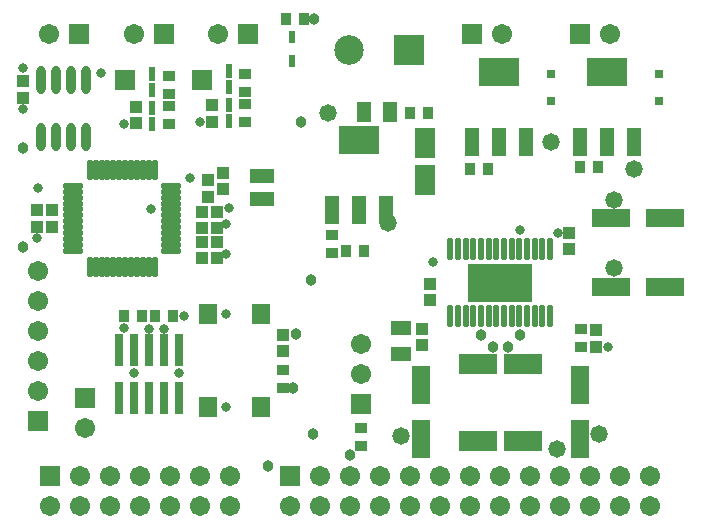
<source format=gts>
%FSLAX25Y25*%
%MOIN*%
G70*
G01*
G75*
G04 Layer_Color=8388736*
%ADD10R,0.12205X0.06299*%
%ADD11R,0.03543X0.03150*%
%ADD12R,0.03543X0.02756*%
%ADD13R,0.02756X0.03543*%
%ADD14R,0.01772X0.02362*%
%ADD15R,0.12795X0.08661*%
%ADD16R,0.03937X0.08661*%
%ADD17R,0.03937X0.05906*%
%ADD18R,0.06102X0.09646*%
%ADD19R,0.01378X0.03543*%
%ADD20R,0.01181X0.03937*%
%ADD21O,0.02362X0.08661*%
%ADD22O,0.01181X0.06299*%
%ADD23O,0.06299X0.01181*%
%ADD24R,0.20551X0.12205*%
%ADD25O,0.01378X0.06693*%
%ADD26R,0.05512X0.11811*%
%ADD27R,0.11811X0.05512*%
%ADD28R,0.02953X0.11024*%
%ADD29R,0.05118X0.06102*%
%ADD30R,0.07480X0.04331*%
%ADD31R,0.05906X0.03937*%
%ADD32C,0.01400*%
%ADD33C,0.00800*%
%ADD34C,0.01500*%
%ADD35C,0.00600*%
%ADD36C,0.03500*%
%ADD37C,0.02500*%
%ADD38C,0.01000*%
%ADD39C,0.01200*%
%ADD40C,0.03900*%
%ADD41C,0.05000*%
%ADD42R,0.05906X0.05906*%
%ADD43C,0.09055*%
%ADD44R,0.09055X0.09055*%
%ADD45C,0.05906*%
%ADD46R,0.05906X0.05906*%
%ADD47C,0.02500*%
%ADD48C,0.05000*%
%ADD49C,0.03000*%
%ADD50C,0.02000*%
%ADD51C,0.00984*%
%ADD52C,0.00394*%
%ADD53C,0.02362*%
%ADD54C,0.00984*%
%ADD55C,0.00787*%
%ADD56C,0.00500*%
%ADD57C,0.02000*%
%ADD58R,0.13005X0.07099*%
%ADD59R,0.04343X0.03950*%
%ADD60R,0.04343X0.03556*%
%ADD61R,0.03556X0.04343*%
%ADD62R,0.02572X0.03162*%
%ADD63R,0.13595X0.09461*%
%ADD64R,0.04737X0.09461*%
%ADD65R,0.04737X0.06706*%
%ADD66R,0.06902X0.10446*%
%ADD67R,0.02178X0.04343*%
%ADD68R,0.01981X0.04737*%
%ADD69O,0.03162X0.09461*%
%ADD70O,0.01981X0.07099*%
%ADD71O,0.07099X0.01981*%
%ADD72R,0.21351X0.13005*%
%ADD73O,0.02178X0.07493*%
%ADD74R,0.06312X0.12611*%
%ADD75R,0.12611X0.06312*%
%ADD76R,0.05918X0.06902*%
%ADD77R,0.08280X0.05131*%
%ADD78R,0.06706X0.04737*%
%ADD79R,0.06706X0.06706*%
%ADD80C,0.09855*%
%ADD81R,0.09855X0.09855*%
%ADD82C,0.06706*%
%ADD83R,0.06706X0.06706*%
%ADD84C,0.03300*%
%ADD85C,0.05800*%
%ADD86C,0.03800*%
%ADD87C,0.02800*%
D28*
X55464Y59992D02*
D03*
Y44008D02*
D03*
X50464Y59992D02*
D03*
Y44008D02*
D03*
X45464Y59992D02*
D03*
Y44008D02*
D03*
X40464Y59992D02*
D03*
Y44008D02*
D03*
X35464Y59992D02*
D03*
Y44008D02*
D03*
D58*
X170000Y55295D02*
D03*
Y29705D02*
D03*
X155000Y55295D02*
D03*
Y29705D02*
D03*
D59*
X136500Y61744D02*
D03*
Y67256D02*
D03*
X139000Y76744D02*
D03*
Y82256D02*
D03*
X66500Y136244D02*
D03*
Y141756D02*
D03*
X41000Y135744D02*
D03*
Y141256D02*
D03*
X3500Y144244D02*
D03*
Y149756D02*
D03*
X63000Y100744D02*
D03*
Y106256D02*
D03*
X68000Y100744D02*
D03*
Y106256D02*
D03*
Y90744D02*
D03*
Y96256D02*
D03*
X63000Y90744D02*
D03*
Y96256D02*
D03*
X13000Y106756D02*
D03*
Y101244D02*
D03*
X8000Y106756D02*
D03*
Y101244D02*
D03*
X90000Y59744D02*
D03*
Y65256D02*
D03*
X65000Y116756D02*
D03*
Y111244D02*
D03*
X70000Y113744D02*
D03*
Y119256D02*
D03*
X185500Y99256D02*
D03*
Y93744D02*
D03*
X194500Y61244D02*
D03*
Y66756D02*
D03*
D60*
X116000Y33953D02*
D03*
Y28047D02*
D03*
X77500Y141953D02*
D03*
Y136047D02*
D03*
Y151953D02*
D03*
Y146047D02*
D03*
X52000Y141453D02*
D03*
Y135547D02*
D03*
Y151453D02*
D03*
Y145547D02*
D03*
X90000Y53453D02*
D03*
Y47547D02*
D03*
X189500Y66953D02*
D03*
Y61047D02*
D03*
X106500Y92547D02*
D03*
Y98453D02*
D03*
D61*
X194953Y121000D02*
D03*
X189047D02*
D03*
X158453Y120500D02*
D03*
X152547D02*
D03*
X111047Y93000D02*
D03*
X116953D02*
D03*
X132547Y139000D02*
D03*
X138453D02*
D03*
X91047Y170500D02*
D03*
X96953D02*
D03*
X37047Y71500D02*
D03*
X42953D02*
D03*
X53453Y71500D02*
D03*
X47547D02*
D03*
D62*
X215500Y152000D02*
D03*
Y143000D02*
D03*
X179500Y152000D02*
D03*
Y143000D02*
D03*
D63*
X198000Y152614D02*
D03*
X162000D02*
D03*
X115500Y130114D02*
D03*
D64*
X207055Y129386D02*
D03*
X198000D02*
D03*
X188945D02*
D03*
X171055D02*
D03*
X162000D02*
D03*
X152945D02*
D03*
X124555Y106886D02*
D03*
X115500D02*
D03*
X106445D02*
D03*
D65*
X117177Y139350D02*
D03*
X125839D02*
D03*
D66*
X137500Y116898D02*
D03*
Y129102D02*
D03*
D67*
X93000Y164437D02*
D03*
Y156563D02*
D03*
D68*
X72000Y141657D02*
D03*
Y136343D02*
D03*
X46500Y152157D02*
D03*
Y146843D02*
D03*
Y140657D02*
D03*
Y135343D02*
D03*
X72000Y153157D02*
D03*
Y147843D02*
D03*
D69*
X9500Y131051D02*
D03*
X14500D02*
D03*
X19500D02*
D03*
X24500D02*
D03*
X9500Y149949D02*
D03*
X14500D02*
D03*
X19500D02*
D03*
X24500D02*
D03*
D70*
X47327Y87760D02*
D03*
X45358D02*
D03*
X43390D02*
D03*
X41421D02*
D03*
X39453D02*
D03*
X37484D02*
D03*
X35516D02*
D03*
X33547D02*
D03*
X31579D02*
D03*
X29610D02*
D03*
X27642D02*
D03*
X25673D02*
D03*
Y120240D02*
D03*
X27642D02*
D03*
X29610D02*
D03*
X31579D02*
D03*
X33547D02*
D03*
X35516D02*
D03*
X37484D02*
D03*
X39453D02*
D03*
X41421D02*
D03*
X43390D02*
D03*
X45358D02*
D03*
X47327D02*
D03*
D71*
X20260Y93173D02*
D03*
Y95142D02*
D03*
Y97110D02*
D03*
Y99079D02*
D03*
Y101047D02*
D03*
Y103016D02*
D03*
Y104984D02*
D03*
Y106953D02*
D03*
Y108921D02*
D03*
Y110890D02*
D03*
Y112858D02*
D03*
Y114827D02*
D03*
X52740D02*
D03*
Y112858D02*
D03*
Y110890D02*
D03*
Y108921D02*
D03*
Y106953D02*
D03*
Y104984D02*
D03*
Y103016D02*
D03*
Y101047D02*
D03*
Y99079D02*
D03*
Y97110D02*
D03*
Y95142D02*
D03*
Y93173D02*
D03*
D72*
X162500Y82500D02*
D03*
D73*
X179134Y93721D02*
D03*
X176575D02*
D03*
X174016D02*
D03*
X171457D02*
D03*
X168898D02*
D03*
X166339D02*
D03*
X163779D02*
D03*
X161221D02*
D03*
X158661D02*
D03*
X156102D02*
D03*
X153543D02*
D03*
X150984D02*
D03*
X148425D02*
D03*
X145866D02*
D03*
X179134Y71280D02*
D03*
X176575D02*
D03*
X174016D02*
D03*
X171457D02*
D03*
X168898D02*
D03*
X166339D02*
D03*
X163779D02*
D03*
X161221D02*
D03*
X158661D02*
D03*
X156102D02*
D03*
X153543D02*
D03*
X150984D02*
D03*
X148425D02*
D03*
X145866D02*
D03*
D74*
X136000Y48555D02*
D03*
Y30445D02*
D03*
X189000Y48555D02*
D03*
Y30445D02*
D03*
D75*
X217555Y104000D02*
D03*
X199445D02*
D03*
X217555Y81000D02*
D03*
X199445D02*
D03*
D76*
X65000Y72256D02*
D03*
X82717D02*
D03*
X65000Y41153D02*
D03*
X82717D02*
D03*
D77*
X83000Y118000D02*
D03*
Y110323D02*
D03*
D78*
X129500Y58787D02*
D03*
Y67449D02*
D03*
D79*
X37500Y150000D02*
D03*
X63000D02*
D03*
X22000Y165500D02*
D03*
X78500D02*
D03*
X50500D02*
D03*
X189000D02*
D03*
X153000D02*
D03*
X12500Y18000D02*
D03*
X92500D02*
D03*
D80*
X112000Y160000D02*
D03*
D81*
X132000D02*
D03*
D82*
X12000Y165500D02*
D03*
X68500D02*
D03*
X40500D02*
D03*
X8500Y46500D02*
D03*
Y56500D02*
D03*
Y66500D02*
D03*
Y76500D02*
D03*
Y86500D02*
D03*
X199000Y165500D02*
D03*
X163000D02*
D03*
X116000Y52000D02*
D03*
Y62000D02*
D03*
X24000Y34000D02*
D03*
X72500Y8000D02*
D03*
Y18000D02*
D03*
X62500Y8000D02*
D03*
Y18000D02*
D03*
X52500Y8000D02*
D03*
Y18000D02*
D03*
X42500Y8000D02*
D03*
Y18000D02*
D03*
X32500Y8000D02*
D03*
Y18000D02*
D03*
X22500Y8000D02*
D03*
Y18000D02*
D03*
X12500Y8000D02*
D03*
X212500D02*
D03*
Y18000D02*
D03*
X202500Y8000D02*
D03*
Y18000D02*
D03*
X192500Y8000D02*
D03*
Y18000D02*
D03*
X182500Y8000D02*
D03*
Y18000D02*
D03*
X172500Y8000D02*
D03*
Y18000D02*
D03*
X162500Y8000D02*
D03*
Y18000D02*
D03*
X152500Y8000D02*
D03*
Y18000D02*
D03*
X142500Y8000D02*
D03*
Y18000D02*
D03*
X132500Y8000D02*
D03*
Y18000D02*
D03*
X122500Y8000D02*
D03*
Y18000D02*
D03*
X112500Y8000D02*
D03*
Y18000D02*
D03*
X102500Y8000D02*
D03*
Y18000D02*
D03*
X92500Y8000D02*
D03*
D83*
X8500Y36500D02*
D03*
X116000Y42000D02*
D03*
X24000Y44000D02*
D03*
D84*
X37047Y67547D02*
D03*
X3500Y140500D02*
D03*
X62500Y136000D02*
D03*
X37000Y135500D02*
D03*
X29500Y152500D02*
D03*
X3500Y154000D02*
D03*
X40500Y52500D02*
D03*
X57000Y71500D02*
D03*
X45500Y67000D02*
D03*
X50500D02*
D03*
X55500Y52500D02*
D03*
X71000Y71964D02*
D03*
Y40964D02*
D03*
X8000Y97500D02*
D03*
X8500Y114000D02*
D03*
X71000Y92000D02*
D03*
Y102000D02*
D03*
X72000Y107500D02*
D03*
X59000Y117500D02*
D03*
X46000Y107000D02*
D03*
X198500Y61244D02*
D03*
X140000Y89500D02*
D03*
X169000Y100000D02*
D03*
X181756Y99256D02*
D03*
D85*
X207000Y120500D02*
D03*
X105000Y139000D02*
D03*
X181500Y27000D02*
D03*
X179386Y129386D02*
D03*
X125000Y102500D02*
D03*
X195500Y32000D02*
D03*
X129500Y31500D02*
D03*
X200500Y87500D02*
D03*
Y110000D02*
D03*
D86*
X100500Y170500D02*
D03*
X165000Y61102D02*
D03*
X169000Y65000D02*
D03*
X160000Y61000D02*
D03*
X156102Y65000D02*
D03*
X99500Y83500D02*
D03*
X3500Y94500D02*
D03*
Y127500D02*
D03*
X95953Y136047D02*
D03*
X85000Y21500D02*
D03*
X93488Y47547D02*
D03*
X94500Y65500D02*
D03*
X112500Y25000D02*
D03*
X100000Y32000D02*
D03*
D87*
X171161Y86831D02*
D03*
Y82500D02*
D03*
Y78169D02*
D03*
X166831Y86831D02*
D03*
Y82500D02*
D03*
Y78169D02*
D03*
X162500Y86831D02*
D03*
Y82500D02*
D03*
Y78169D02*
D03*
X158169Y86831D02*
D03*
Y82500D02*
D03*
Y78169D02*
D03*
X153839Y86831D02*
D03*
Y82500D02*
D03*
Y78169D02*
D03*
M02*

</source>
